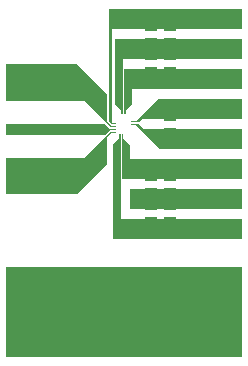
<source format=gbr>
%FSLAX44Y44*%
%MOMM*%
%ADD10R,1.0000X1.0000*%
%ADD11C,5.0000*%
%ADD12R,0.2000X0.2000*%
%LPD*%
G36*
G01*
X00002000Y00002000D02*
X00202000Y00002000D01*
X00202000Y00078600D01*
X00002000Y00078600D01*
X00002000Y00002000D01*
X00002000Y00002000D01*
D02*
G37*
G36*
G01*
X00152000Y00119200D02*
X00099050Y00119200D01*
X00099050Y00190900D01*
X00098050Y00190900D01*
X00098050Y00187350D01*
X00092774Y00182074D01*
X00092774Y00101797D01*
X00152000Y00101797D01*
X00152000Y00119200D01*
X00152000Y00119200D01*
D02*
G37*
G36*
G01*
X00107285Y00127200D02*
X00152000Y00127200D01*
X00152000Y00144600D01*
X00107285Y00144600D01*
X00107285Y00127200D01*
X00107285Y00127200D01*
D02*
G37*
G36*
G01*
X00152000Y00170000D02*
X00106826Y00170000D01*
X00106826Y00182074D01*
X00101550Y00187350D01*
X00101550Y00190900D01*
X00100550Y00190900D01*
X00100550Y00152600D01*
X00152000Y00152600D01*
X00152000Y00170000D01*
X00152000Y00170000D01*
D02*
G37*
G36*
G01*
X00152000Y00195400D02*
X00118963Y00195400D01*
X00114963Y00199400D01*
X00108300Y00199400D01*
X00108300Y00198400D01*
X00111800Y00198400D01*
X00132200Y00178000D01*
X00152000Y00178000D01*
X00152000Y00195400D01*
X00152000Y00195400D01*
D02*
G37*
G36*
G01*
X00152000Y00220800D02*
X00130700Y00220800D01*
X00111800Y00201900D01*
X00108300Y00201900D01*
X00108300Y00200900D01*
X00114963Y00200900D01*
X00117463Y00203400D01*
X00152000Y00203400D01*
X00152000Y00220800D01*
X00152000Y00220800D01*
D02*
G37*
G36*
G01*
X00152000Y00246200D02*
X00102350Y00246200D01*
X00102350Y00207984D01*
X00103350Y00207984D01*
X00103350Y00211450D01*
X00108626Y00216726D01*
X00108626Y00228800D01*
X00152000Y00228800D01*
X00152000Y00246200D01*
X00152000Y00246200D01*
D02*
G37*
G36*
G01*
X00152000Y00271600D02*
X00094574Y00271600D01*
X00094574Y00216726D01*
X00099850Y00211450D01*
X00099850Y00207984D01*
X00100850Y00207984D01*
X00100850Y00254200D01*
X00152000Y00254200D01*
X00152000Y00271600D01*
X00152000Y00271600D01*
D02*
G37*
G36*
G01*
X00152000Y00297000D02*
X00089292Y00297000D01*
X00089292Y00202008D01*
X00091900Y00199400D01*
X00095400Y00199400D01*
X00095400Y00200400D01*
X00092700Y00200400D01*
X00091900Y00201200D01*
X00091900Y00279600D01*
X00152000Y00279600D01*
X00152000Y00297000D01*
X00152000Y00297000D01*
D02*
G37*
G36*
G01*
X00095400Y00192900D02*
X00090700Y00192900D01*
X00068200Y00170400D01*
X00062000Y00170400D01*
X00062000Y00139900D01*
X00087400Y00165300D01*
X00087400Y00188100D01*
X00091200Y00191900D01*
X00095400Y00191900D01*
X00095400Y00192900D01*
X00095400Y00192900D01*
D02*
G37*
G36*
G01*
X00095400Y00195400D02*
X00090000Y00195400D01*
X00085500Y00199900D01*
X00052000Y00199900D01*
X00052000Y00189900D01*
X00085500Y00189900D01*
X00090000Y00194400D01*
X00095400Y00194400D01*
X00095400Y00195400D01*
X00095400Y00195400D01*
D02*
G37*
G36*
G01*
X00095400Y00197900D02*
X00091200Y00197900D01*
X00087400Y00201700D01*
X00087400Y00224500D01*
X00062000Y00249900D01*
X00062000Y00219400D01*
X00068200Y00219400D01*
X00090700Y00196900D01*
X00095400Y00196900D01*
X00095400Y00197900D01*
X00095400Y00197900D01*
D02*
G37*
G36*
G01*
X00002000Y00189900D02*
X00052000Y00189900D01*
X00052000Y00199900D01*
X00002000Y00199900D01*
X00002000Y00189900D01*
X00002000Y00189900D01*
D02*
G37*
G36*
G01*
X00002000Y00219400D02*
X00062000Y00219400D01*
X00062000Y00249900D01*
X00002000Y00249900D01*
X00002000Y00219400D01*
X00002000Y00219400D01*
D02*
G37*
G36*
G01*
X00002000Y00139900D02*
X00062000Y00139900D01*
X00062000Y00170400D01*
X00002000Y00170400D01*
X00002000Y00139900D01*
X00002000Y00139900D01*
D02*
G37*
G36*
G01*
X00152000Y00279600D02*
X00202000Y00279600D01*
X00202000Y00297000D01*
X00152000Y00297000D01*
X00152000Y00279600D01*
X00152000Y00279600D01*
D02*
G37*
G36*
G01*
X00152000Y00254200D02*
X00202000Y00254200D01*
X00202000Y00271600D01*
X00152000Y00271600D01*
X00152000Y00254200D01*
X00152000Y00254200D01*
D02*
G37*
G36*
G01*
X00152000Y00228800D02*
X00202000Y00228800D01*
X00202000Y00246200D01*
X00152000Y00246200D01*
X00152000Y00228800D01*
X00152000Y00228800D01*
D02*
G37*
G36*
G01*
X00152000Y00203400D02*
X00202000Y00203400D01*
X00202000Y00220800D01*
X00152000Y00220800D01*
X00152000Y00203400D01*
X00152000Y00203400D01*
D02*
G37*
G36*
G01*
X00152000Y00178000D02*
X00202000Y00178000D01*
X00202000Y00195400D01*
X00152000Y00195400D01*
X00152000Y00178000D01*
X00152000Y00178000D01*
D02*
G37*
G36*
G01*
X00152000Y00152600D02*
X00202000Y00152600D01*
X00202000Y00170000D01*
X00152000Y00170000D01*
X00152000Y00152600D01*
X00152000Y00152600D01*
D02*
G37*
G36*
G01*
X00152000Y00127200D02*
X00202000Y00127200D01*
X00202000Y00144600D01*
X00152000Y00144600D01*
X00152000Y00127200D01*
X00152000Y00127200D01*
D02*
G37*
G36*
G01*
X00152000Y00101800D02*
X00202000Y00101800D01*
X00202000Y00119200D01*
X00152000Y00119200D01*
X00152000Y00101800D01*
X00152000Y00101800D01*
D02*
G37*
D10*
X00141000Y00115400D03*
D10*
X00141000Y00131400D03*
D11*
X00047000Y00040000D03*
D11*
X00157000Y00040000D03*
D10*
X00125000Y00115400D03*
D10*
X00125000Y00131400D03*
D10*
X00141000Y00140600D03*
D10*
X00141000Y00156600D03*
D10*
X00125000Y00140600D03*
D10*
X00125000Y00156600D03*
D10*
X00141000Y00191400D03*
D10*
X00141000Y00207400D03*
D10*
X00141000Y00242400D03*
D10*
X00141000Y00258400D03*
D10*
X00125000Y00242400D03*
D10*
X00125000Y00258400D03*
D10*
X00141000Y00267600D03*
D10*
X00141000Y00283600D03*
D10*
X00125000Y00267600D03*
D10*
X00125000Y00283600D03*
D12*
X00096000Y00181000D03*
D12*
X00104000Y00181000D03*
D12*
X00086000Y00181000D03*
D12*
X00086000Y00195000D03*
D12*
X00086000Y00207000D03*
D12*
X00117500Y00194800D03*
D12*
X00117500Y00204800D03*
D12*
X00090600Y00207000D03*
D12*
X00098600Y00217000D03*
D12*
X00104600Y00217000D03*
D12*
X00008600Y00231000D03*
D12*
X00008600Y00161000D03*
D12*
X00008600Y00195000D03*
M02*

</source>
